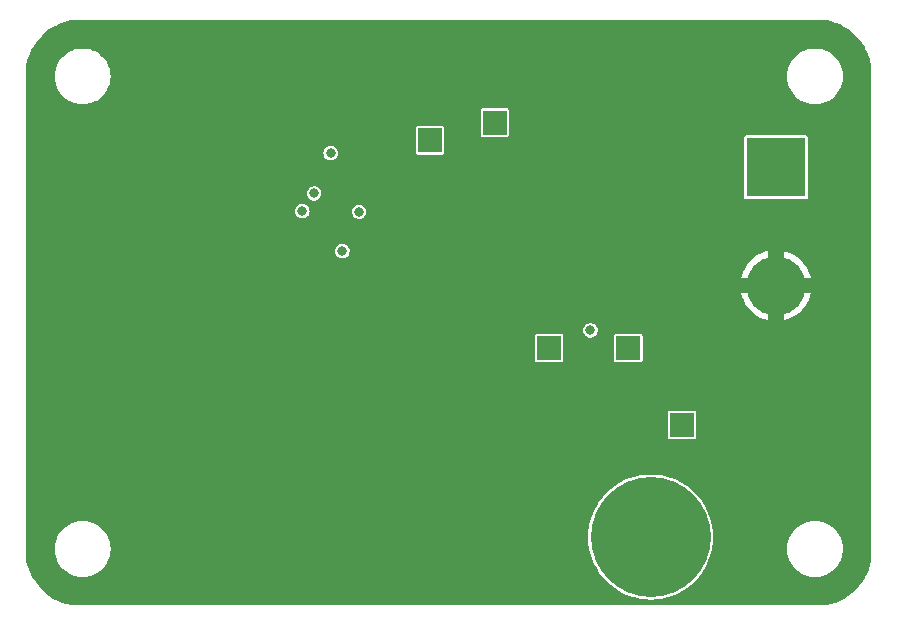
<source format=gbr>
%TF.GenerationSoftware,KiCad,Pcbnew,(6.0.8)*%
%TF.CreationDate,2023-02-08T18:10:39+01:00*%
%TF.ProjectId,power supply prototype,706f7765-7220-4737-9570-706c79207072,rev?*%
%TF.SameCoordinates,Original*%
%TF.FileFunction,Copper,L4,Bot*%
%TF.FilePolarity,Positive*%
%FSLAX46Y46*%
G04 Gerber Fmt 4.6, Leading zero omitted, Abs format (unit mm)*
G04 Created by KiCad (PCBNEW (6.0.8)) date 2023-02-08 18:10:39*
%MOMM*%
%LPD*%
G01*
G04 APERTURE LIST*
%TA.AperFunction,ComponentPad*%
%ADD10R,2.000000X2.000000*%
%TD*%
%TA.AperFunction,ComponentPad*%
%ADD11R,5.000000X5.000000*%
%TD*%
%TA.AperFunction,ComponentPad*%
%ADD12O,5.000000X5.000000*%
%TD*%
%TA.AperFunction,ComponentPad*%
%ADD13C,10.160000*%
%TD*%
%TA.AperFunction,ViaPad*%
%ADD14C,0.800000*%
%TD*%
G04 APERTURE END LIST*
D10*
%TO.P,TP4,1,1*%
%TO.N,/power supply/COMP*%
X134400000Y-78400000D03*
%TD*%
%TO.P,TP1,1,1*%
%TO.N,+BATT*%
X139900000Y-76900000D03*
%TD*%
%TO.P,TP5,1,1*%
%TO.N,Net-(L1-Pad2)*%
X144500000Y-96000000D03*
%TD*%
%TO.P,TP3,1,1*%
%TO.N,+5V*%
X155750000Y-102500000D03*
%TD*%
%TO.P,TP2,1,1*%
%TO.N,+5V*%
X151200000Y-96000000D03*
%TD*%
D11*
%TO.P,Input,1,Pin_1*%
%TO.N,+BATT*%
X163700000Y-80700000D03*
D12*
%TO.P,Input,2,Pin_2*%
%TO.N,-BATT*%
X163700000Y-90700000D03*
%TD*%
D13*
%TO.P,J1,2,Pin_2*%
%TO.N,+5V*%
X153100000Y-112000000D03*
%TO.P,J1,1,Pin_1*%
%TO.N,-BATT*%
X123130000Y-112000000D03*
%TD*%
D14*
%TO.N,-BATT*%
X136750000Y-77750000D03*
X136750000Y-79500000D03*
X138500000Y-90000000D03*
X137250000Y-90000000D03*
X136000000Y-90000000D03*
X134750000Y-90000000D03*
X139500000Y-88750000D03*
X139500000Y-87750000D03*
X138500000Y-88750000D03*
X138500000Y-87750000D03*
X137250000Y-88750000D03*
X137250000Y-87750000D03*
X136000000Y-88750000D03*
X136000000Y-87750000D03*
X134750000Y-88750000D03*
X134750000Y-87750000D03*
X133500000Y-88750000D03*
X133500000Y-87750000D03*
%TO.N,+5V*%
X148000000Y-94500000D03*
%TO.N,-BATT*%
X126400000Y-86800000D03*
X128500000Y-86800000D03*
X126900000Y-86000000D03*
X133400000Y-75900000D03*
X136700000Y-75900000D03*
X129000000Y-86000000D03*
X125800000Y-85900000D03*
X127400000Y-86800000D03*
X125300000Y-86700000D03*
X132100000Y-81200000D03*
X136800000Y-81800000D03*
X127900000Y-86000000D03*
%TO.N,/power supply/LX*%
X127000000Y-87800000D03*
X123600000Y-84400000D03*
%TO.N,+5V*%
X126000000Y-79500000D03*
%TO.N,/power supply/RESET*%
X124600000Y-82900000D03*
X128399248Y-84454917D03*
%TD*%
%TA.AperFunction,Conductor*%
%TO.N,-BATT*%
G36*
X167954854Y-68210550D02*
G01*
X167957286Y-68211646D01*
X167964113Y-68211474D01*
X167964119Y-68211475D01*
X167964197Y-68211473D01*
X167965455Y-68211608D01*
X167974977Y-68212559D01*
X167975758Y-68212717D01*
X167991462Y-68214406D01*
X168353278Y-68302716D01*
X168361668Y-68305141D01*
X168742622Y-68432822D01*
X168750778Y-68435943D01*
X169104228Y-68588470D01*
X169119670Y-68595134D01*
X169127536Y-68598928D01*
X169481765Y-68788506D01*
X169489285Y-68792946D01*
X169826366Y-69011580D01*
X169833488Y-69016636D01*
X170151042Y-69262784D01*
X170157710Y-69268417D01*
X170453494Y-69540343D01*
X170459657Y-69546506D01*
X170731580Y-69842286D01*
X170737216Y-69848958D01*
X170983364Y-70166512D01*
X170988420Y-70173634D01*
X171207054Y-70510715D01*
X171211491Y-70518230D01*
X171284869Y-70655337D01*
X171401072Y-70872464D01*
X171404865Y-70880328D01*
X171526674Y-71162593D01*
X171564057Y-71249221D01*
X171567178Y-71257378D01*
X171694859Y-71638332D01*
X171697284Y-71646722D01*
X171785464Y-72008003D01*
X171786992Y-72022447D01*
X171787508Y-72025052D01*
X171788423Y-72034377D01*
X171788205Y-72041974D01*
X171789439Y-72044736D01*
X171789493Y-72045289D01*
X171786654Y-93525007D01*
X171783955Y-113948817D01*
X171783908Y-113949282D01*
X171782803Y-113951735D01*
X171782976Y-113958609D01*
X171782975Y-113958616D01*
X171782976Y-113958647D01*
X171782921Y-113959162D01*
X171781899Y-113969379D01*
X171781733Y-113970200D01*
X171780043Y-113985913D01*
X171691731Y-114347724D01*
X171689306Y-114356113D01*
X171561621Y-114737071D01*
X171558503Y-114745220D01*
X171558502Y-114745224D01*
X171558500Y-114745228D01*
X171399311Y-115114109D01*
X171395517Y-115121976D01*
X171341947Y-115222072D01*
X171205932Y-115476217D01*
X171205931Y-115476218D01*
X171201491Y-115483737D01*
X171033434Y-115742839D01*
X170982858Y-115820814D01*
X170977803Y-115827933D01*
X170731662Y-116145476D01*
X170731657Y-116145482D01*
X170726027Y-116152147D01*
X170554180Y-116339072D01*
X170454110Y-116447922D01*
X170447935Y-116454098D01*
X170152137Y-116726038D01*
X170145502Y-116731642D01*
X169827921Y-116977813D01*
X169820814Y-116982858D01*
X169483737Y-117201490D01*
X169476218Y-117205930D01*
X169121966Y-117395522D01*
X169114117Y-117399307D01*
X168745224Y-117558502D01*
X168737067Y-117561623D01*
X168356116Y-117689305D01*
X168347727Y-117691730D01*
X167986448Y-117779913D01*
X167971994Y-117781443D01*
X167969358Y-117781965D01*
X167960100Y-117782873D01*
X167952473Y-117782655D01*
X167949698Y-117783894D01*
X167949139Y-117783949D01*
X104051168Y-117783949D01*
X104050706Y-117783903D01*
X104048265Y-117782803D01*
X104041413Y-117782975D01*
X104041412Y-117782975D01*
X104041353Y-117782976D01*
X104040396Y-117782873D01*
X104030594Y-117781894D01*
X104029795Y-117781733D01*
X104014087Y-117780043D01*
X103652276Y-117691731D01*
X103643887Y-117689306D01*
X103262929Y-117561621D01*
X103254777Y-117558502D01*
X103098968Y-117491263D01*
X102885891Y-117399311D01*
X102878024Y-117395517D01*
X102523782Y-117205931D01*
X102516262Y-117201490D01*
X102179186Y-116982858D01*
X102172065Y-116977802D01*
X102170851Y-116976861D01*
X101854512Y-116731652D01*
X101847847Y-116726022D01*
X101712509Y-116601600D01*
X101552077Y-116454109D01*
X101545902Y-116447935D01*
X101544508Y-116446418D01*
X101273962Y-116152137D01*
X101268358Y-116145502D01*
X101022187Y-115827921D01*
X101017142Y-115820814D01*
X100798510Y-115483737D01*
X100794069Y-115476217D01*
X100756266Y-115405583D01*
X100604478Y-115121966D01*
X100600693Y-115114117D01*
X100441497Y-114745222D01*
X100438377Y-114737067D01*
X100310695Y-114356116D01*
X100308270Y-114347727D01*
X100220087Y-113986448D01*
X100218557Y-113971994D01*
X100218035Y-113969358D01*
X100217127Y-113960100D01*
X100217345Y-113952473D01*
X100216106Y-113949698D01*
X100216051Y-113949139D01*
X100216051Y-113000000D01*
X102634435Y-113000000D01*
X102654673Y-113308768D01*
X102655337Y-113312104D01*
X102655337Y-113312107D01*
X102666970Y-113370587D01*
X102715040Y-113612253D01*
X102814503Y-113905263D01*
X102951361Y-114182782D01*
X103123271Y-114440065D01*
X103327293Y-114672707D01*
X103559935Y-114876729D01*
X103817218Y-115048639D01*
X103820264Y-115050141D01*
X103820269Y-115050144D01*
X103949975Y-115114108D01*
X104094737Y-115185497D01*
X104387747Y-115284960D01*
X104391082Y-115285623D01*
X104391088Y-115285625D01*
X104687893Y-115344663D01*
X104687896Y-115344663D01*
X104691232Y-115345327D01*
X104922724Y-115360500D01*
X105077276Y-115360500D01*
X105308768Y-115345327D01*
X105312104Y-115344663D01*
X105312107Y-115344663D01*
X105608912Y-115285625D01*
X105608918Y-115285623D01*
X105612253Y-115284960D01*
X105905263Y-115185497D01*
X106050025Y-115114108D01*
X106179731Y-115050144D01*
X106179736Y-115050141D01*
X106182782Y-115048639D01*
X106440065Y-114876729D01*
X106672707Y-114672707D01*
X106876729Y-114440065D01*
X106935590Y-114351974D01*
X107046748Y-114185613D01*
X107046749Y-114185612D01*
X107048639Y-114182783D01*
X107185497Y-113905263D01*
X107284960Y-113612253D01*
X107333031Y-113370587D01*
X107344663Y-113312107D01*
X107344663Y-113312104D01*
X107345327Y-113308768D01*
X107365565Y-113000000D01*
X107345327Y-112691232D01*
X107284960Y-112387747D01*
X107185497Y-112094737D01*
X107138778Y-112000000D01*
X147804460Y-112000000D01*
X147824611Y-112461537D01*
X147884911Y-112919561D01*
X147984901Y-113370587D01*
X148123820Y-113811181D01*
X148300611Y-114237992D01*
X148301656Y-114240000D01*
X148301660Y-114240008D01*
X148512878Y-114645754D01*
X148512883Y-114645763D01*
X148513928Y-114647770D01*
X148762148Y-115037397D01*
X148763522Y-115039188D01*
X148763530Y-115039199D01*
X149041998Y-115402105D01*
X149043381Y-115403907D01*
X149355488Y-115744512D01*
X149696093Y-116056619D01*
X149697891Y-116057999D01*
X149697895Y-116058002D01*
X150060801Y-116336470D01*
X150060812Y-116336478D01*
X150062603Y-116337852D01*
X150452230Y-116586072D01*
X150454237Y-116587117D01*
X150454246Y-116587122D01*
X150859992Y-116798340D01*
X150860000Y-116798344D01*
X150862008Y-116799389D01*
X151288819Y-116976180D01*
X151290973Y-116976859D01*
X151290978Y-116976861D01*
X151603506Y-117075401D01*
X151729413Y-117115099D01*
X152180439Y-117215089D01*
X152182683Y-117215384D01*
X152182692Y-117215386D01*
X152376484Y-117240899D01*
X152638463Y-117275389D01*
X153100000Y-117295540D01*
X153102267Y-117295441D01*
X153559270Y-117275488D01*
X153561537Y-117275389D01*
X153823516Y-117240899D01*
X154017308Y-117215386D01*
X154017317Y-117215384D01*
X154019561Y-117215089D01*
X154470587Y-117115099D01*
X154596494Y-117075401D01*
X154909022Y-116976861D01*
X154909027Y-116976859D01*
X154911181Y-116976180D01*
X155337992Y-116799389D01*
X155340000Y-116798344D01*
X155340008Y-116798340D01*
X155745754Y-116587122D01*
X155745763Y-116587117D01*
X155747770Y-116586072D01*
X156137397Y-116337852D01*
X156139188Y-116336478D01*
X156139199Y-116336470D01*
X156502105Y-116058002D01*
X156502109Y-116057999D01*
X156503907Y-116056619D01*
X156844512Y-115744512D01*
X157156619Y-115403907D01*
X157158002Y-115402105D01*
X157436470Y-115039199D01*
X157436478Y-115039188D01*
X157437852Y-115037397D01*
X157686072Y-114647770D01*
X157687117Y-114645763D01*
X157687122Y-114645754D01*
X157898340Y-114240008D01*
X157898344Y-114240000D01*
X157899389Y-114237992D01*
X158076180Y-113811181D01*
X158215099Y-113370587D01*
X158297256Y-113000000D01*
X164634435Y-113000000D01*
X164654673Y-113308768D01*
X164655337Y-113312104D01*
X164655337Y-113312107D01*
X164666970Y-113370587D01*
X164715040Y-113612253D01*
X164814503Y-113905263D01*
X164951361Y-114182782D01*
X165123271Y-114440065D01*
X165327293Y-114672707D01*
X165559935Y-114876729D01*
X165817218Y-115048639D01*
X165820264Y-115050141D01*
X165820269Y-115050144D01*
X165949975Y-115114108D01*
X166094737Y-115185497D01*
X166387747Y-115284960D01*
X166391082Y-115285623D01*
X166391088Y-115285625D01*
X166687893Y-115344663D01*
X166687896Y-115344663D01*
X166691232Y-115345327D01*
X166922724Y-115360500D01*
X167077276Y-115360500D01*
X167308768Y-115345327D01*
X167312104Y-115344663D01*
X167312107Y-115344663D01*
X167608912Y-115285625D01*
X167608918Y-115285623D01*
X167612253Y-115284960D01*
X167905263Y-115185497D01*
X168050025Y-115114108D01*
X168179731Y-115050144D01*
X168179736Y-115050141D01*
X168182782Y-115048639D01*
X168440065Y-114876729D01*
X168672707Y-114672707D01*
X168876729Y-114440065D01*
X168935590Y-114351974D01*
X169046748Y-114185613D01*
X169046749Y-114185612D01*
X169048639Y-114182783D01*
X169185497Y-113905263D01*
X169284960Y-113612253D01*
X169333031Y-113370587D01*
X169344663Y-113312107D01*
X169344663Y-113312104D01*
X169345327Y-113308768D01*
X169365565Y-113000000D01*
X169345327Y-112691232D01*
X169284960Y-112387747D01*
X169185497Y-112094737D01*
X169048639Y-111817218D01*
X168876729Y-111559935D01*
X168672707Y-111327293D01*
X168440065Y-111123271D01*
X168182782Y-110951361D01*
X168179736Y-110949859D01*
X168179731Y-110949856D01*
X168041685Y-110881779D01*
X167905263Y-110814503D01*
X167612253Y-110715040D01*
X167608918Y-110714377D01*
X167608912Y-110714375D01*
X167312107Y-110655337D01*
X167312104Y-110655337D01*
X167308768Y-110654673D01*
X167077276Y-110639500D01*
X166922724Y-110639500D01*
X166691232Y-110654673D01*
X166687896Y-110655337D01*
X166687893Y-110655337D01*
X166391088Y-110714375D01*
X166391082Y-110714377D01*
X166387747Y-110715040D01*
X166094737Y-110814503D01*
X165958315Y-110881779D01*
X165820269Y-110949856D01*
X165820264Y-110949859D01*
X165817218Y-110951361D01*
X165559935Y-111123271D01*
X165327293Y-111327293D01*
X165123271Y-111559935D01*
X164951361Y-111817217D01*
X164814503Y-112094737D01*
X164715040Y-112387747D01*
X164654673Y-112691232D01*
X164634435Y-113000000D01*
X158297256Y-113000000D01*
X158315089Y-112919561D01*
X158375389Y-112461537D01*
X158395540Y-112000000D01*
X158376450Y-111562766D01*
X158375488Y-111540730D01*
X158375389Y-111538463D01*
X158315089Y-111080439D01*
X158215099Y-110629413D01*
X158076180Y-110188819D01*
X157899389Y-109762008D01*
X157898340Y-109759992D01*
X157687122Y-109354246D01*
X157687117Y-109354237D01*
X157686072Y-109352230D01*
X157437852Y-108962603D01*
X157436478Y-108960812D01*
X157436470Y-108960801D01*
X157158002Y-108597895D01*
X157157999Y-108597891D01*
X157156619Y-108596093D01*
X156844512Y-108255488D01*
X156503907Y-107943381D01*
X156502105Y-107941998D01*
X156139199Y-107663530D01*
X156139188Y-107663522D01*
X156137397Y-107662148D01*
X155747770Y-107413928D01*
X155745763Y-107412883D01*
X155745754Y-107412878D01*
X155340008Y-107201660D01*
X155340000Y-107201656D01*
X155337992Y-107200611D01*
X154911181Y-107023820D01*
X154909027Y-107023141D01*
X154909022Y-107023139D01*
X154472737Y-106885579D01*
X154470587Y-106884901D01*
X154019561Y-106784911D01*
X154017317Y-106784616D01*
X154017308Y-106784614D01*
X153823516Y-106759101D01*
X153561537Y-106724611D01*
X153100000Y-106704460D01*
X152638463Y-106724611D01*
X152376484Y-106759101D01*
X152182692Y-106784614D01*
X152182683Y-106784616D01*
X152180439Y-106784911D01*
X151729413Y-106884901D01*
X151727263Y-106885579D01*
X151290978Y-107023139D01*
X151290973Y-107023141D01*
X151288819Y-107023820D01*
X150862008Y-107200611D01*
X150860000Y-107201656D01*
X150859992Y-107201660D01*
X150454246Y-107412878D01*
X150454237Y-107412883D01*
X150452230Y-107413928D01*
X150062603Y-107662148D01*
X150060812Y-107663522D01*
X150060801Y-107663530D01*
X149697895Y-107941998D01*
X149696093Y-107943381D01*
X149355488Y-108255488D01*
X149043381Y-108596093D01*
X149042001Y-108597891D01*
X149041998Y-108597895D01*
X148763530Y-108960801D01*
X148763522Y-108960812D01*
X148762148Y-108962603D01*
X148513928Y-109352230D01*
X148512883Y-109354237D01*
X148512878Y-109354246D01*
X148301660Y-109759992D01*
X148300611Y-109762008D01*
X148123820Y-110188819D01*
X147984901Y-110629413D01*
X147884911Y-111080439D01*
X147824611Y-111538463D01*
X147824512Y-111540730D01*
X147823550Y-111562766D01*
X147804460Y-112000000D01*
X107138778Y-112000000D01*
X107048639Y-111817218D01*
X106876729Y-111559935D01*
X106672707Y-111327293D01*
X106440065Y-111123271D01*
X106182782Y-110951361D01*
X106179736Y-110949859D01*
X106179731Y-110949856D01*
X106041685Y-110881779D01*
X105905263Y-110814503D01*
X105612253Y-110715040D01*
X105608918Y-110714377D01*
X105608912Y-110714375D01*
X105312107Y-110655337D01*
X105312104Y-110655337D01*
X105308768Y-110654673D01*
X105077276Y-110639500D01*
X104922724Y-110639500D01*
X104691232Y-110654673D01*
X104687896Y-110655337D01*
X104687893Y-110655337D01*
X104391088Y-110714375D01*
X104391082Y-110714377D01*
X104387747Y-110715040D01*
X104094737Y-110814503D01*
X103958315Y-110881779D01*
X103820269Y-110949856D01*
X103820264Y-110949859D01*
X103817218Y-110951361D01*
X103559935Y-111123271D01*
X103327293Y-111327293D01*
X103123271Y-111559935D01*
X102951361Y-111817217D01*
X102814503Y-112094737D01*
X102715040Y-112387747D01*
X102654673Y-112691232D01*
X102634435Y-113000000D01*
X100216051Y-113000000D01*
X100216051Y-101479267D01*
X154539500Y-101479267D01*
X154539501Y-103520732D01*
X154551713Y-103582133D01*
X154557401Y-103590646D01*
X154557402Y-103590648D01*
X154592549Y-103643248D01*
X154598238Y-103651762D01*
X154667867Y-103698287D01*
X154729267Y-103710500D01*
X155749800Y-103710500D01*
X156770732Y-103710499D01*
X156775739Y-103709503D01*
X156775741Y-103709503D01*
X156822088Y-103700285D01*
X156822089Y-103700285D01*
X156832133Y-103698287D01*
X156840646Y-103692599D01*
X156840648Y-103692598D01*
X156893248Y-103657451D01*
X156901762Y-103651762D01*
X156948287Y-103582133D01*
X156960500Y-103520733D01*
X156960499Y-101479268D01*
X156948287Y-101417867D01*
X156942599Y-101409354D01*
X156942598Y-101409352D01*
X156907451Y-101356752D01*
X156901762Y-101348238D01*
X156832133Y-101301713D01*
X156770733Y-101289500D01*
X155750200Y-101289500D01*
X154729268Y-101289501D01*
X154724261Y-101290497D01*
X154724259Y-101290497D01*
X154677912Y-101299715D01*
X154677911Y-101299715D01*
X154667867Y-101301713D01*
X154659354Y-101307401D01*
X154659352Y-101307402D01*
X154659351Y-101307403D01*
X154598238Y-101348238D01*
X154551713Y-101417867D01*
X154539500Y-101479267D01*
X100216051Y-101479267D01*
X100216051Y-94979267D01*
X143289500Y-94979267D01*
X143289501Y-97020732D01*
X143301713Y-97082133D01*
X143307401Y-97090646D01*
X143307402Y-97090648D01*
X143342549Y-97143248D01*
X143348238Y-97151762D01*
X143417867Y-97198287D01*
X143479267Y-97210500D01*
X144499800Y-97210500D01*
X145520732Y-97210499D01*
X145525739Y-97209503D01*
X145525741Y-97209503D01*
X145572088Y-97200285D01*
X145572089Y-97200285D01*
X145582133Y-97198287D01*
X145590646Y-97192599D01*
X145590648Y-97192598D01*
X145643248Y-97157451D01*
X145651762Y-97151762D01*
X145698287Y-97082133D01*
X145710500Y-97020733D01*
X145710499Y-94979268D01*
X145698287Y-94917867D01*
X145692599Y-94909354D01*
X145692598Y-94909352D01*
X145657451Y-94856752D01*
X145651762Y-94848238D01*
X145582133Y-94801713D01*
X145520733Y-94789500D01*
X144500200Y-94789500D01*
X143479268Y-94789501D01*
X143474261Y-94790497D01*
X143474259Y-94790497D01*
X143427912Y-94799715D01*
X143427911Y-94799715D01*
X143417867Y-94801713D01*
X143409354Y-94807401D01*
X143409352Y-94807402D01*
X143409351Y-94807403D01*
X143348238Y-94848238D01*
X143301713Y-94917867D01*
X143289500Y-94979267D01*
X100216051Y-94979267D01*
X100216051Y-94493560D01*
X147385050Y-94493560D01*
X147401265Y-94640432D01*
X147452045Y-94779197D01*
X147455542Y-94784401D01*
X147455543Y-94784403D01*
X147498439Y-94848238D01*
X147534460Y-94901843D01*
X147643751Y-95001291D01*
X147773609Y-95071798D01*
X147916537Y-95109294D01*
X147992614Y-95110489D01*
X148058015Y-95111517D01*
X148058019Y-95111517D01*
X148064283Y-95111615D01*
X148208318Y-95078627D01*
X148340327Y-95012233D01*
X148353139Y-95001291D01*
X148378926Y-94979267D01*
X149989500Y-94979267D01*
X149989501Y-97020732D01*
X150001713Y-97082133D01*
X150007401Y-97090646D01*
X150007402Y-97090648D01*
X150042549Y-97143248D01*
X150048238Y-97151762D01*
X150117867Y-97198287D01*
X150179267Y-97210500D01*
X151199800Y-97210500D01*
X152220732Y-97210499D01*
X152225739Y-97209503D01*
X152225741Y-97209503D01*
X152272088Y-97200285D01*
X152272089Y-97200285D01*
X152282133Y-97198287D01*
X152290646Y-97192599D01*
X152290648Y-97192598D01*
X152343248Y-97157451D01*
X152351762Y-97151762D01*
X152398287Y-97082133D01*
X152410500Y-97020733D01*
X152410499Y-94979268D01*
X152398287Y-94917867D01*
X152392599Y-94909354D01*
X152392598Y-94909352D01*
X152357451Y-94856752D01*
X152351762Y-94848238D01*
X152282133Y-94801713D01*
X152220733Y-94789500D01*
X151200200Y-94789500D01*
X150179268Y-94789501D01*
X150174261Y-94790497D01*
X150174259Y-94790497D01*
X150127912Y-94799715D01*
X150127911Y-94799715D01*
X150117867Y-94801713D01*
X150109354Y-94807401D01*
X150109352Y-94807402D01*
X150109351Y-94807403D01*
X150048238Y-94848238D01*
X150001713Y-94917867D01*
X149989500Y-94979267D01*
X148378926Y-94979267D01*
X148418772Y-94945235D01*
X148452688Y-94916268D01*
X148538915Y-94796271D01*
X148594029Y-94659170D01*
X148614849Y-94512879D01*
X148614984Y-94500000D01*
X148597232Y-94353306D01*
X148545001Y-94215080D01*
X148541453Y-94209917D01*
X148541451Y-94209914D01*
X148464856Y-94098469D01*
X148464855Y-94098468D01*
X148461306Y-94093304D01*
X148350980Y-93995006D01*
X148344092Y-93991359D01*
X148225933Y-93928797D01*
X148225931Y-93928796D01*
X148220391Y-93925863D01*
X148214311Y-93924336D01*
X148214309Y-93924335D01*
X148083157Y-93891392D01*
X148077078Y-93889865D01*
X148070812Y-93889832D01*
X148070810Y-93889832D01*
X148004840Y-93889487D01*
X147929315Y-93889092D01*
X147785634Y-93923587D01*
X147780066Y-93926461D01*
X147780063Y-93926462D01*
X147659899Y-93988483D01*
X147659895Y-93988485D01*
X147654328Y-93991359D01*
X147649604Y-93995480D01*
X147547699Y-94084376D01*
X147547696Y-94084379D01*
X147542978Y-94088495D01*
X147539377Y-94093619D01*
X147539374Y-94093622D01*
X147461617Y-94204259D01*
X147458012Y-94209389D01*
X147404337Y-94347060D01*
X147403519Y-94353275D01*
X147403518Y-94353278D01*
X147402695Y-94359533D01*
X147385050Y-94493560D01*
X100216051Y-94493560D01*
X100216051Y-91364451D01*
X160764420Y-91364451D01*
X160833612Y-91628195D01*
X160835465Y-91633896D01*
X160959295Y-91951507D01*
X160961781Y-91956937D01*
X161121303Y-92258219D01*
X161124404Y-92263339D01*
X161317486Y-92544275D01*
X161321156Y-92549007D01*
X161545258Y-92805901D01*
X161549437Y-92810168D01*
X161801586Y-93039606D01*
X161806223Y-93043361D01*
X162083061Y-93242290D01*
X162088129Y-93245506D01*
X162385986Y-93411291D01*
X162391378Y-93413897D01*
X162706316Y-93544349D01*
X162711980Y-93546321D01*
X163036226Y-93638685D01*
X163047595Y-93636945D01*
X163048311Y-93636237D01*
X163050000Y-93629280D01*
X163050000Y-93622389D01*
X164350000Y-93622389D01*
X164354330Y-93635715D01*
X164354667Y-93635960D01*
X164362780Y-93636491D01*
X164415784Y-93626668D01*
X164421591Y-93625241D01*
X164747406Y-93525007D01*
X164753034Y-93522914D01*
X165065175Y-93385894D01*
X165070503Y-93383179D01*
X165364839Y-93211183D01*
X165369816Y-93207877D01*
X165642435Y-93003188D01*
X165646996Y-92999334D01*
X165894288Y-92764664D01*
X165898370Y-92760316D01*
X166117046Y-92498782D01*
X166120614Y-92493979D01*
X166307773Y-92209055D01*
X166310765Y-92203873D01*
X166463937Y-91899326D01*
X166466317Y-91893826D01*
X166583464Y-91573704D01*
X166585200Y-91567953D01*
X166633681Y-91366017D01*
X166632631Y-91352677D01*
X166623140Y-91350000D01*
X164366471Y-91350000D01*
X164353145Y-91354330D01*
X164350000Y-91358659D01*
X164350000Y-93622389D01*
X163050000Y-93622389D01*
X163050000Y-91366471D01*
X163045670Y-91353145D01*
X163041341Y-91350000D01*
X160777100Y-91350000D01*
X160764721Y-91354022D01*
X160764420Y-91364451D01*
X100216051Y-91364451D01*
X100216051Y-90033870D01*
X160766021Y-90033870D01*
X160767548Y-90047697D01*
X160776235Y-90050000D01*
X163033529Y-90050000D01*
X163046855Y-90045670D01*
X163050000Y-90041341D01*
X163050000Y-90033529D01*
X164350000Y-90033529D01*
X164354330Y-90046855D01*
X164358659Y-90050000D01*
X166623658Y-90050000D01*
X166636984Y-90045670D01*
X166637401Y-90045095D01*
X166637942Y-90037467D01*
X166634003Y-90014902D01*
X166632640Y-90009090D01*
X166535819Y-89682228D01*
X166533787Y-89676585D01*
X166400047Y-89363038D01*
X166397378Y-89357661D01*
X166228480Y-89061549D01*
X166225222Y-89056533D01*
X166023411Y-88781800D01*
X166019589Y-88777180D01*
X165787544Y-88527472D01*
X165783208Y-88523313D01*
X165523989Y-88301919D01*
X165519235Y-88298310D01*
X165236278Y-88108171D01*
X165231126Y-88105124D01*
X164928197Y-87948771D01*
X164922737Y-87946340D01*
X164603836Y-87825837D01*
X164598144Y-87824053D01*
X164365974Y-87765736D01*
X164352805Y-87766633D01*
X164350000Y-87776384D01*
X164350000Y-90033529D01*
X163050000Y-90033529D01*
X163050000Y-87779421D01*
X163045755Y-87766357D01*
X163036489Y-87765896D01*
X162892634Y-87797261D01*
X162886893Y-87798864D01*
X162564368Y-87909289D01*
X162558822Y-87911552D01*
X162251131Y-88058313D01*
X162245893Y-88061193D01*
X161957113Y-88242344D01*
X161952226Y-88245817D01*
X161686184Y-88458957D01*
X161681734Y-88462965D01*
X161441950Y-88705273D01*
X161437993Y-88709761D01*
X161227646Y-88978026D01*
X161224234Y-88982935D01*
X161046106Y-89273613D01*
X161043289Y-89278865D01*
X160899748Y-89588100D01*
X160897553Y-89593643D01*
X160790514Y-89917301D01*
X160788962Y-89923093D01*
X160766021Y-90033870D01*
X100216051Y-90033870D01*
X100216051Y-87793560D01*
X126385050Y-87793560D01*
X126391514Y-87852107D01*
X126398077Y-87911552D01*
X126401265Y-87940432D01*
X126433521Y-88028576D01*
X126445457Y-88061193D01*
X126452045Y-88079197D01*
X126455542Y-88084401D01*
X126455543Y-88084403D01*
X126471515Y-88108171D01*
X126534460Y-88201843D01*
X126643751Y-88301291D01*
X126773609Y-88371798D01*
X126916537Y-88409294D01*
X126992614Y-88410489D01*
X127058015Y-88411517D01*
X127058019Y-88411517D01*
X127064283Y-88411615D01*
X127208318Y-88378627D01*
X127340327Y-88312233D01*
X127353139Y-88301291D01*
X127447919Y-88220341D01*
X127452688Y-88216268D01*
X127538915Y-88096271D01*
X127553017Y-88061193D01*
X127591690Y-87964989D01*
X127591690Y-87964987D01*
X127594029Y-87959170D01*
X127614849Y-87812879D01*
X127614984Y-87800000D01*
X127597232Y-87653306D01*
X127545001Y-87515080D01*
X127541453Y-87509917D01*
X127541451Y-87509914D01*
X127464856Y-87398469D01*
X127464855Y-87398468D01*
X127461306Y-87393304D01*
X127350980Y-87295006D01*
X127344092Y-87291359D01*
X127225933Y-87228797D01*
X127225931Y-87228796D01*
X127220391Y-87225863D01*
X127214311Y-87224336D01*
X127214309Y-87224335D01*
X127083157Y-87191392D01*
X127077078Y-87189865D01*
X127070812Y-87189832D01*
X127070810Y-87189832D01*
X127004840Y-87189487D01*
X126929315Y-87189092D01*
X126785634Y-87223587D01*
X126780066Y-87226461D01*
X126780063Y-87226462D01*
X126659899Y-87288483D01*
X126659895Y-87288485D01*
X126654328Y-87291359D01*
X126649604Y-87295480D01*
X126547699Y-87384376D01*
X126547696Y-87384379D01*
X126542978Y-87388495D01*
X126539377Y-87393619D01*
X126539374Y-87393622D01*
X126461617Y-87504259D01*
X126458012Y-87509389D01*
X126404337Y-87647060D01*
X126403519Y-87653275D01*
X126403518Y-87653278D01*
X126402695Y-87659533D01*
X126385050Y-87793560D01*
X100216051Y-87793560D01*
X100216051Y-84393560D01*
X122985050Y-84393560D01*
X123001265Y-84540432D01*
X123052045Y-84679197D01*
X123055542Y-84684401D01*
X123055543Y-84684403D01*
X123096514Y-84745373D01*
X123134460Y-84801843D01*
X123243751Y-84901291D01*
X123373609Y-84971798D01*
X123516537Y-85009294D01*
X123592614Y-85010489D01*
X123658015Y-85011517D01*
X123658019Y-85011517D01*
X123664283Y-85011615D01*
X123808318Y-84978627D01*
X123940327Y-84912233D01*
X123953139Y-84901291D01*
X124047919Y-84820341D01*
X124052688Y-84816268D01*
X124138915Y-84696271D01*
X124169614Y-84619906D01*
X124191690Y-84564989D01*
X124191690Y-84564987D01*
X124194029Y-84559170D01*
X124209783Y-84448477D01*
X127784298Y-84448477D01*
X127800513Y-84595349D01*
X127851293Y-84734114D01*
X127854790Y-84739318D01*
X127854791Y-84739320D01*
X127899640Y-84806061D01*
X127933708Y-84856760D01*
X128042999Y-84956208D01*
X128172857Y-85026715D01*
X128315785Y-85064211D01*
X128391862Y-85065406D01*
X128457263Y-85066434D01*
X128457267Y-85066434D01*
X128463531Y-85066532D01*
X128607566Y-85033544D01*
X128739575Y-84967150D01*
X128752387Y-84956208D01*
X128847167Y-84875258D01*
X128851936Y-84871185D01*
X128938163Y-84751188D01*
X128958194Y-84701361D01*
X128990938Y-84619906D01*
X128990938Y-84619904D01*
X128993277Y-84614087D01*
X129014097Y-84467796D01*
X129014232Y-84454917D01*
X128996480Y-84308223D01*
X128944249Y-84169997D01*
X128940701Y-84164834D01*
X128940699Y-84164831D01*
X128864104Y-84053386D01*
X128864103Y-84053385D01*
X128860554Y-84048221D01*
X128850534Y-84039293D01*
X128754912Y-83954096D01*
X128754910Y-83954095D01*
X128750228Y-83949923D01*
X128743340Y-83946276D01*
X128625181Y-83883714D01*
X128625179Y-83883713D01*
X128619639Y-83880780D01*
X128613559Y-83879253D01*
X128613557Y-83879252D01*
X128482405Y-83846309D01*
X128476326Y-83844782D01*
X128470060Y-83844749D01*
X128470058Y-83844749D01*
X128404088Y-83844404D01*
X128328563Y-83844009D01*
X128184882Y-83878504D01*
X128179314Y-83881378D01*
X128179311Y-83881379D01*
X128059147Y-83943400D01*
X128059143Y-83943402D01*
X128053576Y-83946276D01*
X128048852Y-83950397D01*
X127946947Y-84039293D01*
X127946944Y-84039296D01*
X127942226Y-84043412D01*
X127938625Y-84048536D01*
X127938622Y-84048539D01*
X127860865Y-84159176D01*
X127857260Y-84164306D01*
X127803585Y-84301977D01*
X127802767Y-84308192D01*
X127802766Y-84308195D01*
X127785116Y-84442262D01*
X127784298Y-84448477D01*
X124209783Y-84448477D01*
X124214849Y-84412879D01*
X124214984Y-84400000D01*
X124203874Y-84308195D01*
X124197986Y-84259533D01*
X124197985Y-84259529D01*
X124197232Y-84253306D01*
X124145001Y-84115080D01*
X124141453Y-84109917D01*
X124141451Y-84109914D01*
X124064856Y-83998469D01*
X124064855Y-83998468D01*
X124061306Y-83993304D01*
X124051286Y-83984376D01*
X123955664Y-83899179D01*
X123955662Y-83899178D01*
X123950980Y-83895006D01*
X123944092Y-83891359D01*
X123825933Y-83828797D01*
X123825931Y-83828796D01*
X123820391Y-83825863D01*
X123814311Y-83824336D01*
X123814309Y-83824335D01*
X123683157Y-83791392D01*
X123677078Y-83789865D01*
X123670812Y-83789832D01*
X123670810Y-83789832D01*
X123604840Y-83789487D01*
X123529315Y-83789092D01*
X123385634Y-83823587D01*
X123380066Y-83826461D01*
X123380063Y-83826462D01*
X123259899Y-83888483D01*
X123259895Y-83888485D01*
X123254328Y-83891359D01*
X123249604Y-83895480D01*
X123147699Y-83984376D01*
X123147696Y-83984379D01*
X123142978Y-83988495D01*
X123139377Y-83993619D01*
X123139374Y-83993622D01*
X123061617Y-84104259D01*
X123058012Y-84109389D01*
X123004337Y-84247060D01*
X123003519Y-84253275D01*
X123003518Y-84253278D01*
X122995465Y-84314450D01*
X122985050Y-84393560D01*
X100216051Y-84393560D01*
X100216051Y-82893560D01*
X123985050Y-82893560D01*
X124001265Y-83040432D01*
X124052045Y-83179197D01*
X124055542Y-83184401D01*
X124055543Y-83184403D01*
X124076526Y-83215628D01*
X124134460Y-83301843D01*
X124243751Y-83401291D01*
X124373609Y-83471798D01*
X124516537Y-83509294D01*
X124592614Y-83510489D01*
X124658015Y-83511517D01*
X124658019Y-83511517D01*
X124664283Y-83511615D01*
X124808318Y-83478627D01*
X124940327Y-83412233D01*
X124953139Y-83401291D01*
X125047919Y-83320341D01*
X125052688Y-83316268D01*
X125138915Y-83196271D01*
X125194029Y-83059170D01*
X125214849Y-82912879D01*
X125214984Y-82900000D01*
X125197232Y-82753306D01*
X125145001Y-82615080D01*
X125141453Y-82609917D01*
X125141451Y-82609914D01*
X125064856Y-82498469D01*
X125064855Y-82498468D01*
X125061306Y-82493304D01*
X124950980Y-82395006D01*
X124944092Y-82391359D01*
X124825933Y-82328797D01*
X124825931Y-82328796D01*
X124820391Y-82325863D01*
X124814311Y-82324336D01*
X124814309Y-82324335D01*
X124683157Y-82291392D01*
X124677078Y-82289865D01*
X124670812Y-82289832D01*
X124670810Y-82289832D01*
X124604840Y-82289487D01*
X124529315Y-82289092D01*
X124385634Y-82323587D01*
X124380066Y-82326461D01*
X124380063Y-82326462D01*
X124259899Y-82388483D01*
X124259895Y-82388485D01*
X124254328Y-82391359D01*
X124249604Y-82395480D01*
X124147699Y-82484376D01*
X124147696Y-82484379D01*
X124142978Y-82488495D01*
X124139377Y-82493619D01*
X124139374Y-82493622D01*
X124061617Y-82604259D01*
X124058012Y-82609389D01*
X124004337Y-82747060D01*
X124003519Y-82753275D01*
X124003518Y-82753278D01*
X124002695Y-82759533D01*
X123985050Y-82893560D01*
X100216051Y-82893560D01*
X100216051Y-79493560D01*
X125385050Y-79493560D01*
X125401265Y-79640432D01*
X125452045Y-79779197D01*
X125455542Y-79784401D01*
X125455543Y-79784403D01*
X125466939Y-79801361D01*
X125534460Y-79901843D01*
X125643751Y-80001291D01*
X125773609Y-80071798D01*
X125916537Y-80109294D01*
X125992614Y-80110489D01*
X126058015Y-80111517D01*
X126058019Y-80111517D01*
X126064283Y-80111615D01*
X126208318Y-80078627D01*
X126340327Y-80012233D01*
X126353139Y-80001291D01*
X126447919Y-79920341D01*
X126452688Y-79916268D01*
X126538915Y-79796271D01*
X126594029Y-79659170D01*
X126601098Y-79609504D01*
X126614369Y-79516251D01*
X126614849Y-79512879D01*
X126614984Y-79500000D01*
X126605392Y-79420733D01*
X126597986Y-79359533D01*
X126597985Y-79359529D01*
X126597232Y-79353306D01*
X126545001Y-79215080D01*
X126541453Y-79209917D01*
X126541451Y-79209914D01*
X126464856Y-79098469D01*
X126464855Y-79098468D01*
X126461306Y-79093304D01*
X126350980Y-78995006D01*
X126344092Y-78991359D01*
X126225933Y-78928797D01*
X126225931Y-78928796D01*
X126220391Y-78925863D01*
X126214311Y-78924336D01*
X126214309Y-78924335D01*
X126083157Y-78891392D01*
X126077078Y-78889865D01*
X126070812Y-78889832D01*
X126070810Y-78889832D01*
X126004840Y-78889487D01*
X125929315Y-78889092D01*
X125785634Y-78923587D01*
X125780066Y-78926461D01*
X125780063Y-78926462D01*
X125659899Y-78988483D01*
X125659895Y-78988485D01*
X125654328Y-78991359D01*
X125649604Y-78995480D01*
X125547699Y-79084376D01*
X125547696Y-79084379D01*
X125542978Y-79088495D01*
X125539377Y-79093619D01*
X125539374Y-79093622D01*
X125461617Y-79204259D01*
X125458012Y-79209389D01*
X125404337Y-79347060D01*
X125403519Y-79353275D01*
X125403518Y-79353278D01*
X125394638Y-79420732D01*
X125385050Y-79493560D01*
X100216051Y-79493560D01*
X100216051Y-77379267D01*
X133189500Y-77379267D01*
X133189501Y-79420732D01*
X133201713Y-79482133D01*
X133207401Y-79490646D01*
X133207402Y-79490648D01*
X133222257Y-79512879D01*
X133248238Y-79551762D01*
X133317867Y-79598287D01*
X133379267Y-79610500D01*
X134399800Y-79610500D01*
X135420732Y-79610499D01*
X135425739Y-79609503D01*
X135425741Y-79609503D01*
X135472088Y-79600285D01*
X135472089Y-79600285D01*
X135482133Y-79598287D01*
X135490646Y-79592599D01*
X135490648Y-79592598D01*
X135543248Y-79557451D01*
X135551762Y-79551762D01*
X135598287Y-79482133D01*
X135610500Y-79420733D01*
X135610499Y-78179267D01*
X160989500Y-78179267D01*
X160989501Y-83220732D01*
X161001713Y-83282133D01*
X161007401Y-83290646D01*
X161007402Y-83290648D01*
X161024521Y-83316268D01*
X161048238Y-83351762D01*
X161117867Y-83398287D01*
X161179267Y-83410500D01*
X163699753Y-83410500D01*
X166220732Y-83410499D01*
X166225739Y-83409503D01*
X166225741Y-83409503D01*
X166272088Y-83400285D01*
X166272089Y-83400285D01*
X166282133Y-83398287D01*
X166290646Y-83392599D01*
X166290648Y-83392598D01*
X166343248Y-83357451D01*
X166351762Y-83351762D01*
X166398287Y-83282133D01*
X166410500Y-83220733D01*
X166410499Y-78179268D01*
X166398287Y-78117867D01*
X166392599Y-78109354D01*
X166392598Y-78109352D01*
X166357451Y-78056752D01*
X166351762Y-78048238D01*
X166282133Y-78001713D01*
X166220733Y-77989500D01*
X163700247Y-77989500D01*
X161179268Y-77989501D01*
X161174261Y-77990497D01*
X161174259Y-77990497D01*
X161127912Y-77999715D01*
X161127911Y-77999715D01*
X161117867Y-78001713D01*
X161109354Y-78007401D01*
X161109352Y-78007402D01*
X161109351Y-78007403D01*
X161048238Y-78048238D01*
X161001713Y-78117867D01*
X160989500Y-78179267D01*
X135610499Y-78179267D01*
X135610499Y-77379268D01*
X135598287Y-77317867D01*
X135592599Y-77309354D01*
X135592598Y-77309352D01*
X135557451Y-77256752D01*
X135551762Y-77248238D01*
X135482133Y-77201713D01*
X135420733Y-77189500D01*
X134400200Y-77189500D01*
X133379268Y-77189501D01*
X133374261Y-77190497D01*
X133374259Y-77190497D01*
X133327912Y-77199715D01*
X133327911Y-77199715D01*
X133317867Y-77201713D01*
X133309354Y-77207401D01*
X133309352Y-77207402D01*
X133309351Y-77207403D01*
X133248238Y-77248238D01*
X133201713Y-77317867D01*
X133189500Y-77379267D01*
X100216051Y-77379267D01*
X100216051Y-75879267D01*
X138689500Y-75879267D01*
X138689501Y-77920732D01*
X138701713Y-77982133D01*
X138707401Y-77990646D01*
X138707402Y-77990648D01*
X138713461Y-77999715D01*
X138748238Y-78051762D01*
X138817867Y-78098287D01*
X138879267Y-78110500D01*
X139899800Y-78110500D01*
X140920732Y-78110499D01*
X140925739Y-78109503D01*
X140925741Y-78109503D01*
X140972088Y-78100285D01*
X140972089Y-78100285D01*
X140982133Y-78098287D01*
X140990646Y-78092599D01*
X140990648Y-78092598D01*
X141043248Y-78057451D01*
X141051762Y-78051762D01*
X141098287Y-77982133D01*
X141110500Y-77920733D01*
X141110499Y-75879268D01*
X141098287Y-75817867D01*
X141092599Y-75809354D01*
X141092598Y-75809352D01*
X141057451Y-75756752D01*
X141051762Y-75748238D01*
X140982133Y-75701713D01*
X140920733Y-75689500D01*
X139900200Y-75689500D01*
X138879268Y-75689501D01*
X138874261Y-75690497D01*
X138874259Y-75690497D01*
X138827912Y-75699715D01*
X138827911Y-75699715D01*
X138817867Y-75701713D01*
X138809354Y-75707401D01*
X138809352Y-75707402D01*
X138809351Y-75707403D01*
X138748238Y-75748238D01*
X138701713Y-75817867D01*
X138689500Y-75879267D01*
X100216051Y-75879267D01*
X100216051Y-73000000D01*
X102634435Y-73000000D01*
X102654673Y-73308768D01*
X102715040Y-73612253D01*
X102814503Y-73905263D01*
X102951361Y-74182782D01*
X103123271Y-74440065D01*
X103327293Y-74672707D01*
X103559935Y-74876729D01*
X103817218Y-75048639D01*
X103820264Y-75050141D01*
X103820269Y-75050144D01*
X103958315Y-75118221D01*
X104094737Y-75185497D01*
X104387747Y-75284960D01*
X104391082Y-75285623D01*
X104391088Y-75285625D01*
X104687893Y-75344663D01*
X104687896Y-75344663D01*
X104691232Y-75345327D01*
X104922724Y-75360500D01*
X105077276Y-75360500D01*
X105308768Y-75345327D01*
X105312104Y-75344663D01*
X105312107Y-75344663D01*
X105608912Y-75285625D01*
X105608918Y-75285623D01*
X105612253Y-75284960D01*
X105905263Y-75185497D01*
X106041685Y-75118221D01*
X106179731Y-75050144D01*
X106179736Y-75050141D01*
X106182782Y-75048639D01*
X106440065Y-74876729D01*
X106672707Y-74672707D01*
X106876729Y-74440065D01*
X107048639Y-74182783D01*
X107185497Y-73905263D01*
X107284960Y-73612253D01*
X107345327Y-73308768D01*
X107365565Y-73000000D01*
X164634435Y-73000000D01*
X164654673Y-73308768D01*
X164715040Y-73612253D01*
X164814503Y-73905263D01*
X164951361Y-74182782D01*
X165123271Y-74440065D01*
X165327293Y-74672707D01*
X165559935Y-74876729D01*
X165817218Y-75048639D01*
X165820264Y-75050141D01*
X165820269Y-75050144D01*
X165958315Y-75118221D01*
X166094737Y-75185497D01*
X166387747Y-75284960D01*
X166391082Y-75285623D01*
X166391088Y-75285625D01*
X166687893Y-75344663D01*
X166687896Y-75344663D01*
X166691232Y-75345327D01*
X166922724Y-75360500D01*
X167077276Y-75360500D01*
X167308768Y-75345327D01*
X167312104Y-75344663D01*
X167312107Y-75344663D01*
X167608912Y-75285625D01*
X167608918Y-75285623D01*
X167612253Y-75284960D01*
X167905263Y-75185497D01*
X168041685Y-75118221D01*
X168179731Y-75050144D01*
X168179736Y-75050141D01*
X168182782Y-75048639D01*
X168440065Y-74876729D01*
X168672707Y-74672707D01*
X168876729Y-74440065D01*
X169048639Y-74182783D01*
X169185497Y-73905263D01*
X169284960Y-73612253D01*
X169345327Y-73308768D01*
X169365565Y-73000000D01*
X169345327Y-72691232D01*
X169284960Y-72387747D01*
X169185497Y-72094737D01*
X169048639Y-71817218D01*
X168876729Y-71559935D01*
X168672707Y-71327293D01*
X168588263Y-71253237D01*
X168484903Y-71162593D01*
X168440065Y-71123271D01*
X168182782Y-70951361D01*
X168179736Y-70949859D01*
X168179731Y-70949856D01*
X168022796Y-70872464D01*
X167905263Y-70814503D01*
X167612253Y-70715040D01*
X167608918Y-70714377D01*
X167608912Y-70714375D01*
X167312107Y-70655337D01*
X167312104Y-70655337D01*
X167308768Y-70654673D01*
X167077276Y-70639500D01*
X166922724Y-70639500D01*
X166691232Y-70654673D01*
X166687896Y-70655337D01*
X166687893Y-70655337D01*
X166391088Y-70714375D01*
X166391082Y-70714377D01*
X166387747Y-70715040D01*
X166094737Y-70814503D01*
X165977204Y-70872464D01*
X165820269Y-70949856D01*
X165820264Y-70949859D01*
X165817218Y-70951361D01*
X165559935Y-71123271D01*
X165515097Y-71162593D01*
X165411738Y-71253237D01*
X165327293Y-71327293D01*
X165123271Y-71559935D01*
X165121382Y-71562762D01*
X165121379Y-71562766D01*
X164975070Y-71781734D01*
X164951361Y-71817217D01*
X164814503Y-72094737D01*
X164715040Y-72387747D01*
X164654673Y-72691232D01*
X164634435Y-73000000D01*
X107365565Y-73000000D01*
X107345327Y-72691232D01*
X107284960Y-72387747D01*
X107185497Y-72094737D01*
X107048639Y-71817218D01*
X106876729Y-71559935D01*
X106672707Y-71327293D01*
X106588263Y-71253237D01*
X106484903Y-71162593D01*
X106440065Y-71123271D01*
X106182782Y-70951361D01*
X106179736Y-70949859D01*
X106179731Y-70949856D01*
X106022796Y-70872464D01*
X105905263Y-70814503D01*
X105612253Y-70715040D01*
X105608918Y-70714377D01*
X105608912Y-70714375D01*
X105312107Y-70655337D01*
X105312104Y-70655337D01*
X105308768Y-70654673D01*
X105077276Y-70639500D01*
X104922724Y-70639500D01*
X104691232Y-70654673D01*
X104687896Y-70655337D01*
X104687893Y-70655337D01*
X104391088Y-70714375D01*
X104391082Y-70714377D01*
X104387747Y-70715040D01*
X104094737Y-70814503D01*
X103977204Y-70872464D01*
X103820269Y-70949856D01*
X103820264Y-70949859D01*
X103817218Y-70951361D01*
X103559935Y-71123271D01*
X103515097Y-71162593D01*
X103411738Y-71253237D01*
X103327293Y-71327293D01*
X103123271Y-71559935D01*
X103121382Y-71562762D01*
X103121379Y-71562766D01*
X102975070Y-71781734D01*
X102951361Y-71817217D01*
X102814503Y-72094737D01*
X102715040Y-72387747D01*
X102654673Y-72691232D01*
X102634435Y-73000000D01*
X100216051Y-73000000D01*
X100216051Y-72051167D01*
X100216097Y-72050705D01*
X100217197Y-72048264D01*
X100217025Y-72041411D01*
X100217024Y-72041353D01*
X100217125Y-72040410D01*
X100218106Y-72030593D01*
X100218268Y-72029792D01*
X100219957Y-72014088D01*
X100308267Y-71652272D01*
X100310692Y-71643882D01*
X100438373Y-71262928D01*
X100441494Y-71254771D01*
X100443889Y-71249221D01*
X100600686Y-70885878D01*
X100604479Y-70878014D01*
X100658045Y-70777925D01*
X100794060Y-70523780D01*
X100798497Y-70516265D01*
X100873006Y-70401391D01*
X101017131Y-70179184D01*
X101022187Y-70172062D01*
X101268340Y-69854503D01*
X101273976Y-69847832D01*
X101545888Y-69552063D01*
X101552064Y-69545887D01*
X101847832Y-69273976D01*
X101854503Y-69268340D01*
X102172063Y-69022186D01*
X102179185Y-69017130D01*
X102516265Y-68798497D01*
X102523785Y-68794057D01*
X102878015Y-68604479D01*
X102885881Y-68600685D01*
X102889953Y-68598928D01*
X103254773Y-68441494D01*
X103262929Y-68438373D01*
X103643883Y-68310691D01*
X103652273Y-68308266D01*
X104013553Y-68220087D01*
X104028008Y-68218557D01*
X104030664Y-68218031D01*
X104039881Y-68217126D01*
X104047525Y-68217345D01*
X104050308Y-68216102D01*
X104050871Y-68216047D01*
X139249926Y-68212994D01*
X167954394Y-68210504D01*
X167954854Y-68210550D01*
G37*
%TD.AperFunction*%
%TD*%
M02*

</source>
